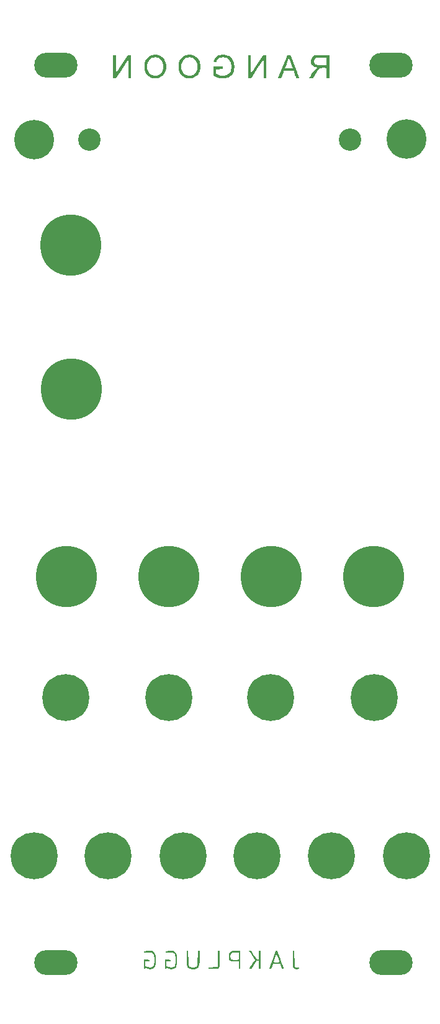
<source format=gbs>
G04 DipTrace 4.0.0.0*
G04 rangoon_panel_plugg.GBS*
%MOIN*%
G04 #@! TF.FileFunction,Soldermask,Bot*
G04 #@! TF.Part,Single*
%ADD22C,0.120079*%
%ADD23C,0.212598*%
%ADD28C,0.328*%
%ADD30O,0.2324X0.134*%
%ADD32C,0.252094*%
%FSLAX26Y26*%
G04*
G70*
G90*
G75*
G01*
G04 BotMask*
%LPD*%
D22*
X2292301Y4937152D3*
X890701Y4936639D3*
D23*
X594986Y4935815D3*
X2593339Y4940614D3*
D32*
X593610Y1089133D3*
X992528D3*
X1393744D3*
X1792528D3*
X2192528D3*
D30*
X2509819Y517364D3*
X709819D3*
Y5337214D3*
X2509819D3*
D32*
X2593085Y1089133D3*
X1865381Y1939866D3*
X2419882D3*
X766224D3*
X1317264D3*
D28*
X768059Y2590193D3*
X1318169D3*
X1867076D3*
X2419261D3*
X791558Y4370154D3*
X793276Y3595505D3*
G36*
X1204840Y5378150D2*
X1199591Y5372900D1*
X1195654Y5367651D1*
X1190404Y5357152D1*
X1189092Y5353215D1*
X1186467Y5342717D1*
Y5316470D1*
X1187780Y5309908D1*
X1190404Y5302034D1*
X1195654Y5291535D1*
X1199591Y5286286D1*
X1207465Y5278412D1*
X1211402Y5275787D1*
X1221900Y5270538D1*
X1229774Y5267913D1*
X1236336Y5266601D1*
X1253396D1*
X1259958Y5267913D1*
X1267832Y5270538D1*
X1278331Y5275787D1*
X1283580Y5279724D1*
X1288829Y5284974D1*
X1292766Y5290223D1*
X1295391Y5294160D1*
X1298016Y5299409D1*
X1299328Y5303346D1*
X1300640Y5305971D1*
X1303265Y5316470D1*
Y5341404D1*
X1301953Y5347966D1*
X1300640Y5353215D1*
X1299328Y5357152D1*
X1294079Y5367651D1*
X1290142Y5372900D1*
X1282268Y5380774D1*
X1274394Y5386024D1*
X1271769Y5387336D1*
X1265207Y5389961D1*
X1259958Y5391273D1*
X1253396Y5392585D1*
X1236336D1*
X1229774Y5391273D1*
X1224525Y5389961D1*
X1217963Y5387336D1*
X1211402Y5383399D1*
X1207465Y5380774D1*
X1204840Y5378150D1*
X1236336D1*
X1242023Y5379462D1*
X1247710D1*
X1253396Y5378150D1*
X1258646Y5376837D1*
X1262583Y5375525D1*
X1267832Y5372900D1*
X1269144Y5371588D1*
X1271769Y5370276D1*
X1280955Y5361089D1*
Y5359777D1*
X1282268Y5357152D1*
X1284892Y5349278D1*
X1286205Y5344029D1*
X1287517Y5342717D1*
Y5315157D1*
X1286205Y5313845D1*
X1284892Y5308596D1*
X1283580Y5305971D1*
X1282268Y5302034D1*
X1279643Y5298097D1*
Y5296785D1*
X1271769Y5288911D1*
X1269144Y5287598D1*
X1267832Y5286286D1*
X1262583Y5283661D1*
X1258646Y5282349D1*
X1253396Y5281037D1*
X1247710Y5279724D1*
X1242023D1*
X1236336Y5281037D1*
X1231087Y5282349D1*
X1227150Y5283661D1*
X1221900Y5286286D1*
X1220588Y5287598D1*
X1217963Y5288911D1*
X1210089Y5296785D1*
Y5298097D1*
X1207465Y5302034D1*
X1204840Y5309908D1*
X1203528Y5315157D1*
X1202215Y5316470D1*
Y5342717D1*
X1203528Y5344029D1*
X1204840Y5349278D1*
X1206152Y5353215D1*
X1210089Y5361089D1*
Y5362402D1*
X1217963Y5370276D1*
X1220588Y5371588D1*
X1221900Y5372900D1*
X1227150Y5375525D1*
X1231087Y5376837D1*
X1236336Y5378150D1*
X1204840D1*
G37*
G36*
X1388567D2*
X1383318Y5372900D1*
X1379381Y5367651D1*
X1374131Y5357152D1*
X1372819Y5353215D1*
X1370194Y5342717D1*
Y5316470D1*
X1371507Y5309908D1*
X1374131Y5302034D1*
X1379381Y5291535D1*
X1383318Y5286286D1*
X1391192Y5278412D1*
X1395129Y5275787D1*
X1405627Y5270538D1*
X1413501Y5267913D1*
X1420063Y5266601D1*
X1437123D1*
X1443685Y5267913D1*
X1451559Y5270538D1*
X1462058Y5275787D1*
X1467307Y5279724D1*
X1472556Y5284974D1*
X1476493Y5290223D1*
X1479118Y5294160D1*
X1481743Y5299409D1*
X1483055Y5303346D1*
X1484367Y5305971D1*
X1486992Y5316470D1*
Y5341404D1*
X1485680Y5347966D1*
X1484367Y5353215D1*
X1483055Y5357152D1*
X1477806Y5367651D1*
X1473869Y5372900D1*
X1465995Y5380774D1*
X1458121Y5386024D1*
X1455496Y5387336D1*
X1448934Y5389961D1*
X1443685Y5391273D1*
X1437123Y5392585D1*
X1420063D1*
X1413501Y5391273D1*
X1408252Y5389961D1*
X1401690Y5387336D1*
X1395129Y5383399D1*
X1391192Y5380774D1*
X1388567Y5378150D1*
X1420063D1*
X1425750Y5379462D1*
X1431437D1*
X1437123Y5378150D1*
X1442373Y5376837D1*
X1446310Y5375525D1*
X1451559Y5372900D1*
X1452871Y5371588D1*
X1455496Y5370276D1*
X1464682Y5361089D1*
Y5359777D1*
X1465995Y5357152D1*
X1468619Y5349278D1*
X1469932Y5344029D1*
X1471244Y5342717D1*
Y5315157D1*
X1469932Y5313845D1*
X1468619Y5308596D1*
X1467307Y5305971D1*
X1465995Y5302034D1*
X1463370Y5298097D1*
Y5296785D1*
X1455496Y5288911D1*
X1452871Y5287598D1*
X1451559Y5286286D1*
X1446310Y5283661D1*
X1442373Y5282349D1*
X1437123Y5281037D1*
X1431437Y5279724D1*
X1425750D1*
X1420063Y5281037D1*
X1414814Y5282349D1*
X1410877Y5283661D1*
X1405627Y5286286D1*
X1404315Y5287598D1*
X1401690Y5288911D1*
X1393816Y5296785D1*
Y5298097D1*
X1391192Y5302034D1*
X1388567Y5309908D1*
X1387255Y5315157D1*
X1385942Y5316470D1*
Y5342717D1*
X1387255Y5344029D1*
X1388567Y5349278D1*
X1389879Y5353215D1*
X1393816Y5361089D1*
Y5362402D1*
X1401690Y5370276D1*
X1404315Y5371588D1*
X1405627Y5372900D1*
X1410877Y5375525D1*
X1414814Y5376837D1*
X1420063Y5378150D1*
X1388567D1*
G37*
G36*
X1599853Y5392585D2*
X1593291Y5391273D1*
X1588042Y5389961D1*
X1584105Y5388648D1*
X1578856Y5386024D1*
X1574919Y5383399D1*
X1565732Y5374213D1*
X1563108Y5370276D1*
X1561795Y5366339D1*
X1560483Y5363714D1*
X1559171Y5359777D1*
Y5357152D1*
X1560483Y5355840D1*
X1564420Y5354528D1*
X1569669Y5353215D1*
X1572294D1*
X1573606Y5355840D1*
X1574919Y5359777D1*
X1576231Y5362402D1*
X1578856Y5366339D1*
Y5367651D1*
X1581480Y5370276D1*
X1584105Y5371588D1*
X1585417Y5372900D1*
X1590667Y5375525D1*
X1594604Y5376837D1*
X1599853Y5378150D1*
X1605977Y5379462D1*
X1612101D1*
X1618226Y5378150D1*
X1624787Y5376837D1*
X1628724Y5375525D1*
X1636598Y5371588D1*
X1645785Y5362402D1*
Y5361089D1*
X1648409Y5357152D1*
X1649722Y5353215D1*
X1651034Y5350591D1*
X1652346Y5345341D1*
X1653659Y5337467D1*
X1654971Y5336155D1*
Y5323031D1*
X1653659Y5321719D1*
X1652346Y5312533D1*
X1649722Y5304659D1*
X1647097Y5299409D1*
Y5298097D1*
X1637911Y5288911D1*
X1627412Y5283661D1*
X1623475Y5282349D1*
X1618226Y5281037D1*
X1611664Y5279724D1*
X1605102D1*
X1598541Y5281037D1*
X1588042Y5283661D1*
X1574919Y5290223D1*
X1573606Y5291535D1*
X1570982Y5292848D1*
Y5315157D1*
X1607727Y5316470D1*
Y5329593D1*
X1556546D1*
Y5284974D1*
X1557858Y5283661D1*
X1565732Y5278412D1*
X1578856Y5271850D1*
X1590667Y5267913D1*
X1598541Y5266601D1*
X1616913D1*
X1623475Y5267913D1*
X1628724Y5269226D1*
X1636598Y5271850D1*
X1641848Y5274475D1*
X1649722Y5279724D1*
X1657596Y5287598D1*
X1660220Y5291535D1*
X1666782Y5304659D1*
X1668094Y5308596D1*
X1669407Y5315157D1*
X1670719Y5325656D1*
Y5332218D1*
X1669407Y5344029D1*
X1668094Y5349278D1*
X1665470Y5357152D1*
X1660220Y5367651D1*
X1657596Y5371588D1*
X1647097Y5382087D1*
X1640535Y5386024D1*
X1637911Y5387336D1*
X1626100Y5391273D1*
X1618226Y5392585D1*
X1599853D1*
G37*
G36*
X1018488Y5391273D2*
Y5267913D1*
X1034236D1*
X1063108Y5311220D1*
X1067045Y5316470D1*
X1098541Y5363714D1*
X1099521Y5364557D1*
X1100201Y5364480D1*
X1101165Y5363714D1*
Y5267913D1*
X1114289D1*
Y5391273D1*
X1098541D1*
X1051297Y5320407D1*
X1047360Y5315157D1*
X1036861Y5299409D1*
X1036199Y5298094D1*
X1035437Y5296723D1*
X1034155Y5295356D1*
X1033479Y5295572D1*
X1032924Y5296785D1*
Y5391273D1*
X1018488D1*
G37*
G36*
X1744210D2*
Y5267913D1*
X1759958D1*
X1788829Y5311220D1*
X1792766Y5316470D1*
X1824262Y5363714D1*
X1825243Y5364557D1*
X1825923Y5364480D1*
X1826887Y5363714D1*
Y5267913D1*
X1840010D1*
Y5391273D1*
X1824262D1*
X1777018Y5320407D1*
X1773081Y5315157D1*
X1762583Y5299409D1*
X1761921Y5298094D1*
X1761159Y5296723D1*
X1759877Y5295356D1*
X1759201Y5295572D1*
X1758646Y5296785D1*
Y5391273D1*
X1744210D1*
G37*
G36*
X1948934Y5375525D2*
X1947622Y5374213D1*
X1946310Y5370276D1*
X1944997Y5367651D1*
X1943685Y5363714D1*
X1941060Y5358465D1*
X1939748Y5354528D1*
X1938436Y5351903D1*
X1937123Y5347966D1*
X1934499Y5342717D1*
X1933186Y5338780D1*
X1931874Y5336155D1*
X1930562Y5332218D1*
X1927937Y5326969D1*
X1926625Y5323031D1*
X1925312Y5320407D1*
X1924000Y5316470D1*
X1921375Y5311220D1*
X1920063Y5307283D1*
X1918751Y5304659D1*
X1917438Y5300722D1*
X1914814Y5295472D1*
X1913501Y5291535D1*
X1912189Y5288911D1*
X1910877Y5284974D1*
X1908252Y5279724D1*
X1906940Y5275787D1*
X1905627Y5273163D1*
X1904315Y5269226D1*
Y5267913D1*
X1921375D1*
X1924000Y5273163D1*
X1926625Y5281037D1*
X1927937Y5283661D1*
X1929249Y5287598D1*
X1930562Y5290223D1*
X1931874Y5294160D1*
X1933186Y5296785D1*
X1935811Y5304659D1*
Y5305971D1*
X1953746Y5307283D1*
X1971682D1*
X1989617Y5305971D1*
Y5303346D1*
X1990929Y5300722D1*
X1994866Y5288911D1*
X1996178Y5286286D1*
X1998803Y5278412D1*
X2000115Y5275787D1*
X2002740Y5267913D1*
X2019801D1*
X2018488Y5271850D1*
X2017176Y5274475D1*
X2015864Y5278412D1*
X2014551Y5281037D1*
X2013239Y5284974D1*
X2011927Y5287598D1*
X2009302Y5295472D1*
X2007990Y5298097D1*
X2006677Y5302034D1*
X2005365Y5304659D1*
X2004052Y5308596D1*
X2002740Y5311220D1*
X2001428Y5315157D1*
X2000115Y5317782D1*
X1997491Y5325656D1*
X1996178Y5328281D1*
X1994866Y5332218D1*
X1993554Y5334843D1*
X1992241Y5338780D1*
X1990929Y5341404D1*
X1988304Y5349278D1*
X1986992Y5351903D1*
X1985680Y5355840D1*
X1984367Y5358465D1*
X1983055Y5362402D1*
X1981743Y5365026D1*
X1980430Y5368963D1*
X1979118Y5371588D1*
X1976493Y5379462D1*
X1975181Y5382087D1*
X1973869Y5386024D1*
X1971244Y5391273D1*
X1955496D1*
X1954184Y5389961D1*
X1952871Y5386024D1*
X1951559Y5383399D1*
X1950247Y5379462D1*
X1948934Y5376837D1*
Y5375525D1*
X1962058D1*
X1963038Y5376368D1*
X1963702Y5376258D1*
X1964448Y5375173D1*
X1967307Y5363714D1*
X1969932Y5355840D1*
X1971244Y5353215D1*
X1973869Y5345341D1*
X1975181Y5342717D1*
X1976493Y5338780D1*
X1977806Y5336155D1*
X1980430Y5328281D1*
X1981743Y5325656D1*
X1983055Y5324344D1*
Y5321719D1*
X1969494Y5320407D1*
X1955934D1*
X1942373Y5321719D1*
X1942628Y5322649D1*
X1943685Y5324344D1*
X1944997Y5326969D1*
X1947622Y5334843D1*
X1948934Y5337467D1*
X1950247Y5341404D1*
X1951559Y5344029D1*
X1954184Y5351903D1*
X1955496Y5354528D1*
X1958121Y5362402D1*
X1959433Y5365026D1*
X1962058Y5372900D1*
Y5375525D1*
X1948934D1*
G37*
G36*
X2086730Y5376837D2*
X2086298Y5375245D1*
X2085417Y5374213D1*
X2084105Y5371588D1*
X2082793Y5367651D1*
X2081480Y5362402D1*
Y5353215D1*
X2082793Y5347966D1*
X2084105Y5344029D1*
X2085417Y5341404D1*
X2088042Y5337467D1*
X2093291Y5332218D1*
X2097228Y5329593D1*
X2099853Y5328281D1*
X2107727Y5325656D1*
X2112976Y5324344D1*
X2115601Y5323031D1*
X2110352Y5320407D1*
X2097228Y5307283D1*
X2093291Y5302034D1*
X2091979Y5299409D1*
X2081480Y5283661D1*
X2080168Y5281037D1*
X2072294Y5269226D1*
Y5267913D1*
X2090667D1*
X2093291Y5270538D1*
X2098541Y5278412D1*
X2099853Y5281037D1*
X2115601Y5304659D1*
X2119538Y5309908D1*
Y5311220D1*
X2126100Y5317782D1*
X2131349Y5320407D1*
X2135286Y5321719D1*
X2145347Y5323031D1*
X2155409D1*
X2165470Y5321719D1*
Y5267913D1*
X2179906D1*
Y5391273D1*
X2112976D1*
X2105102Y5389961D1*
X2101165Y5388648D1*
X2095916Y5386024D1*
X2091979Y5383399D1*
X2089354Y5380774D1*
X2086730Y5376837D1*
X2115601D1*
X2132224Y5378150D1*
X2148847D1*
X2165470Y5376837D1*
Y5337467D1*
X2149284Y5336155D1*
X2133099D1*
X2116913Y5337467D1*
X2111664Y5338780D1*
X2107727Y5340092D1*
X2105102Y5341404D1*
X2101165Y5345341D1*
Y5346654D1*
X2098541Y5351903D1*
X2097228Y5353215D1*
Y5362402D1*
X2098541Y5363714D1*
X2099853Y5366339D1*
Y5367651D1*
X2105102Y5372900D1*
X2110352Y5375525D1*
X2115601Y5376837D1*
X2086730D1*
G37*
G36*
X1210483Y579921D2*
X1198672Y578740D1*
X1190404Y577559D1*
X1185680Y576378D1*
Y569291D1*
X1188042D1*
X1210483Y570472D1*
X1214420Y571654D1*
X1218357D1*
X1222294Y570472D1*
X1227018Y569291D1*
X1230562Y568110D1*
X1235286Y563386D1*
Y562205D1*
X1236467Y559843D1*
X1237648Y555118D1*
X1238829Y549213D1*
X1240010Y548031D1*
Y514961D1*
X1238829Y513780D1*
X1237648Y506693D1*
X1236467Y503150D1*
X1235286Y500787D1*
Y499606D1*
X1229381Y493701D1*
X1225837Y492520D1*
X1219932Y491339D1*
X1214026D1*
X1208121Y492520D1*
X1198672Y494882D1*
X1196310Y496063D1*
X1192766Y497244D1*
X1191585Y498425D1*
Y523228D1*
X1214026Y524409D1*
Y530315D1*
X1210483Y531496D1*
X1204577Y532677D1*
X1193948Y533858D1*
X1189223D1*
X1183318Y532677D1*
Y483071D1*
X1189223D1*
X1190404Y484252D1*
Y486614D1*
X1192766Y488976D1*
X1193867Y488584D1*
X1195129Y487795D1*
X1197491Y486614D1*
X1203396Y484252D1*
X1208121Y483071D1*
X1216388Y481890D1*
X1219932D1*
X1227018Y483071D1*
X1230562Y484252D1*
X1235286Y486614D1*
X1238829Y488976D1*
X1240010Y490157D1*
X1242373Y493701D1*
X1244735Y498425D1*
X1247097Y505512D1*
X1248278Y511417D1*
Y549213D1*
X1247097Y555118D1*
X1245916Y559843D1*
X1244735Y563386D1*
X1242373Y568110D1*
X1240010Y571654D1*
X1237648Y574016D1*
X1234105Y576378D1*
X1229381Y578740D1*
X1223475Y579921D1*
X1210483D1*
G37*
G36*
X1325050D2*
X1313239Y578740D1*
X1304971Y577559D1*
X1300247Y576378D1*
Y569291D1*
X1302609D1*
X1325050Y570472D1*
X1328987Y571654D1*
X1332924D1*
X1336861Y570472D1*
X1341585Y569291D1*
X1345129Y568110D1*
X1349853Y563386D1*
Y562205D1*
X1351034Y559843D1*
X1352215Y555118D1*
X1353396Y549213D1*
X1354577Y548031D1*
Y514961D1*
X1353396Y513780D1*
X1352215Y506693D1*
X1351034Y503150D1*
X1349853Y500787D1*
Y499606D1*
X1343948Y493701D1*
X1340404Y492520D1*
X1334499Y491339D1*
X1328593D1*
X1322688Y492520D1*
X1313239Y494882D1*
X1310877Y496063D1*
X1307333Y497244D1*
X1306152Y498425D1*
Y523228D1*
X1328593Y524409D1*
Y530315D1*
X1325050Y531496D1*
X1319144Y532677D1*
X1308514Y533858D1*
X1303790D1*
X1297885Y532677D1*
Y483071D1*
X1303790D1*
X1304971Y484252D1*
Y486614D1*
X1307333Y488976D1*
X1308433Y488584D1*
X1309696Y487795D1*
X1312058Y486614D1*
X1317963Y484252D1*
X1322688Y483071D1*
X1330955Y481890D1*
X1334499D1*
X1341585Y483071D1*
X1345129Y484252D1*
X1349853Y486614D1*
X1353396Y488976D1*
X1354577Y490157D1*
X1356940Y493701D1*
X1359302Y498425D1*
X1361664Y505512D1*
X1362845Y511417D1*
Y549213D1*
X1361664Y555118D1*
X1360483Y559843D1*
X1359302Y563386D1*
X1356940Y568110D1*
X1354577Y571654D1*
X1352215Y574016D1*
X1348672Y576378D1*
X1343948Y578740D1*
X1338042Y579921D1*
X1325050D1*
G37*
G36*
X1413633Y578740D2*
Y510236D1*
X1414814Y504331D1*
X1417176Y497244D1*
X1418357Y494882D1*
X1420719Y491339D1*
X1425444Y486614D1*
X1430168Y484252D1*
X1433711Y483071D1*
X1444341Y481890D1*
X1453790D1*
X1463239Y483071D1*
X1470325Y485433D1*
X1477412Y492520D1*
X1478593Y494882D1*
X1480955Y501969D1*
X1482136Y507874D1*
X1483318Y518504D1*
Y578740D1*
X1473869D1*
X1472688Y507874D1*
X1471507Y503150D1*
X1469144Y498425D1*
Y497244D1*
X1466782Y494882D1*
X1464420Y493701D1*
X1460877Y492520D1*
X1452215Y491339D1*
X1443554D1*
X1434892Y492520D1*
X1430168Y494882D1*
X1427806Y497244D1*
Y498425D1*
X1425444Y501969D1*
X1424262Y505512D1*
X1423081Y512598D1*
X1421900Y578740D1*
X1413633D1*
G37*
G36*
X1580168D2*
Y494882D1*
X1578987Y493701D1*
X1576625Y492520D1*
X1531743Y491339D1*
Y483071D1*
X1577806D1*
X1581349Y484252D1*
X1583711Y485433D1*
X1587255Y488976D1*
X1588436Y491339D1*
X1589617Y496063D1*
Y578740D1*
X1580168D1*
G37*
G36*
X1643948Y569291D2*
X1642766Y568110D1*
X1640404Y561024D1*
Y540945D1*
X1641585Y536220D1*
X1642766Y532677D1*
X1643948Y530315D1*
X1648672Y525591D1*
X1653396Y523228D1*
X1659302Y522047D1*
X1665207D1*
X1679381Y523228D1*
X1684105Y524409D1*
X1688829D1*
X1693554Y523228D1*
Y483071D1*
X1701822D1*
Y578740D1*
X1656940D1*
X1653396Y577559D1*
X1648672Y575197D1*
X1643948Y570472D1*
Y569291D1*
X1659302D1*
X1670719Y570472D1*
X1682136D1*
X1693554Y569291D1*
Y532677D1*
X1680955Y531496D1*
X1668357D1*
X1655759Y532677D1*
X1653396Y533858D1*
X1651034Y536220D1*
Y537402D1*
X1649853Y542126D1*
X1648672Y543307D1*
Y557480D1*
X1649853Y558661D1*
X1651034Y563386D1*
Y564567D1*
X1653396Y566929D1*
X1655759Y568110D1*
X1659302Y569291D1*
X1643948D1*
G37*
G36*
X1749066Y578740D2*
X1750017Y577215D1*
X1750247Y576378D1*
X1759696Y562205D1*
X1763239Y557480D1*
X1770325Y546850D1*
X1773869Y542126D1*
X1778593Y535039D1*
X1780955Y532677D1*
Y529134D1*
X1778593Y526772D1*
X1775050Y522047D1*
X1765601Y507874D1*
X1762058Y503150D1*
X1750247Y485433D1*
X1749066Y483071D1*
X1759696D1*
X1763239Y487795D1*
X1770325Y498425D1*
X1773869Y503150D1*
X1778593Y510236D1*
X1782136Y514961D1*
X1786861Y522047D1*
Y523228D1*
X1789223Y525591D1*
X1793160Y526772D1*
X1797097D1*
X1801034Y525591D1*
Y483071D1*
X1810483D1*
Y578740D1*
X1801034D1*
Y536220D1*
X1797097Y535039D1*
X1793160D1*
X1789223Y536220D1*
X1787822Y537548D1*
X1788042Y538583D1*
X1784499Y543307D1*
X1779774Y550394D1*
X1776231Y555118D1*
X1771507Y562205D1*
X1767963Y566929D1*
X1763239Y574016D1*
X1759696Y578740D1*
X1749066D1*
G37*
G36*
X1887255Y563386D2*
X1886073Y562205D1*
X1884892Y558661D1*
X1883711Y556299D1*
X1877806Y538583D1*
X1876625Y536220D1*
X1869538Y514961D1*
X1868357Y512598D1*
X1862451Y494882D1*
X1861270Y492520D1*
X1858908Y485433D1*
Y483071D1*
X1868357D1*
X1869538Y484252D1*
X1871900Y491339D1*
X1873081Y496063D1*
X1876625Y506693D1*
Y509055D1*
X1890010Y510236D1*
X1903396D1*
X1916782Y509055D1*
X1917963Y507874D1*
Y505512D1*
X1919144Y501969D1*
X1920325Y497244D1*
X1925050Y483071D1*
X1935680D1*
Y485433D1*
X1934499Y488976D1*
X1933318Y491339D1*
X1930955Y498425D1*
X1929774Y500787D1*
X1926231Y511417D1*
X1925050Y513780D1*
X1922688Y520866D1*
X1921507Y523228D1*
X1917963Y533858D1*
X1916782Y536220D1*
X1913239Y546850D1*
X1912058Y549213D1*
X1909696Y556299D1*
X1908514Y558661D1*
X1904971Y569291D1*
X1903790Y571654D1*
X1901428Y578740D1*
X1891979D1*
X1890798Y576378D1*
X1887255Y565748D1*
Y563386D1*
X1895522D1*
X1896404Y564144D1*
X1897002Y564045D1*
X1897674Y563069D1*
X1897885Y562205D1*
X1902609Y548031D1*
X1903790Y545669D1*
X1909696Y527953D1*
X1910877Y525591D1*
X1912058Y522047D1*
X1913009Y520522D1*
X1913239Y519685D1*
X1902215Y518504D1*
X1891192D1*
X1880168Y519685D1*
X1881349Y520866D1*
X1887255Y538583D1*
X1888436Y540945D1*
X1895522Y562205D1*
Y563386D1*
X1887255D1*
G37*
G36*
X1984105Y578740D2*
Y499606D1*
X1985286Y493701D1*
X1986467Y490157D1*
X1987648Y487795D1*
X1990010Y485433D1*
X1994735Y483071D1*
X2000640Y481890D1*
X2007727D1*
X2013633Y483071D1*
X2018357Y485433D1*
Y487795D1*
X2017176Y491339D1*
X2014814D1*
X2009696Y490157D1*
X2004577D1*
X1999459Y491339D1*
X1997097Y492520D1*
X1994735Y494882D1*
Y496063D1*
X1993554Y500787D1*
X1992373Y578740D1*
X1984105D1*
G37*
M02*

</source>
